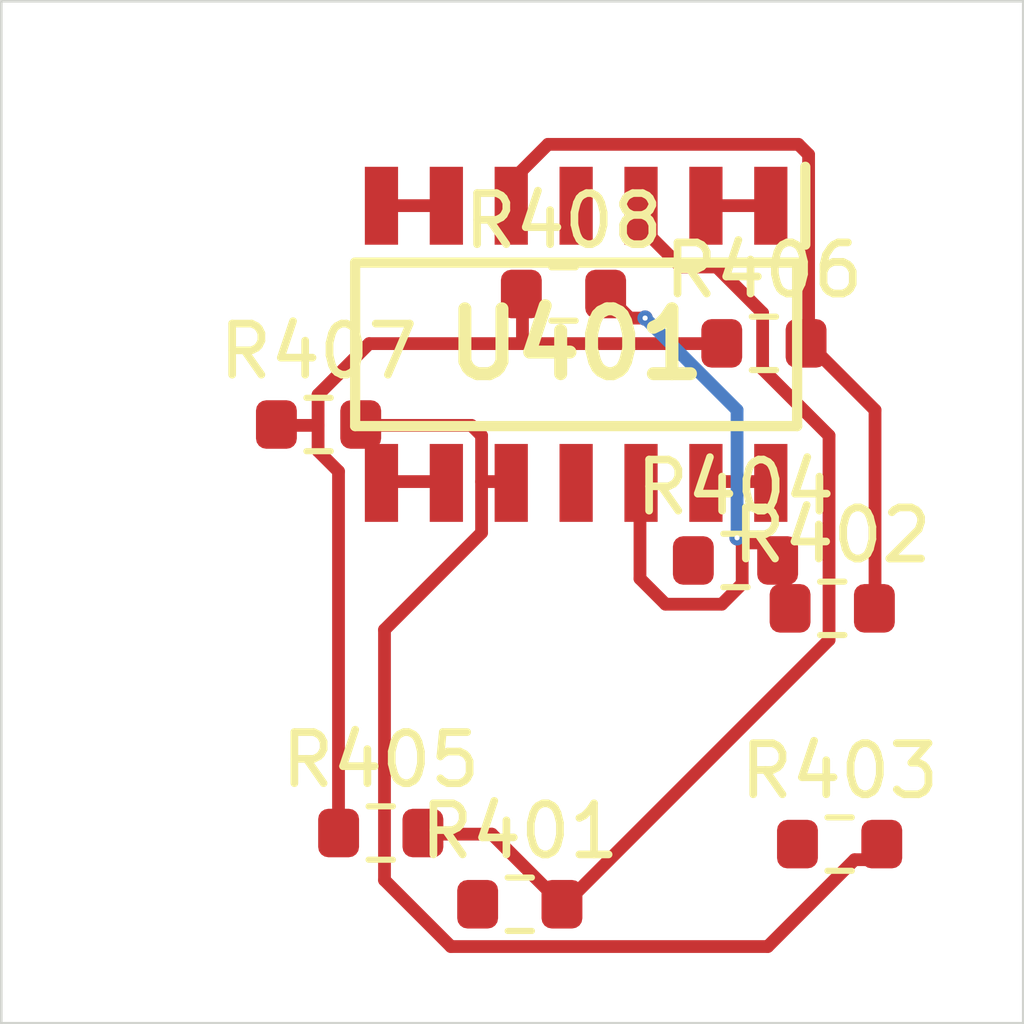
<source format=kicad_pcb>
 ( kicad_pcb  ( version 20171130 )
 ( host pcbnew 5.1.12-84ad8e8a86~92~ubuntu18.04.1 )
 ( general  ( thickness 1.6 )
 ( drawings 4 )
 ( tracks 0 )
 ( zones 0 )
 ( modules 9 )
 ( nets 14 )
)
 ( page A4 )
 ( layers  ( 0 F.Cu signal )
 ( 31 B.Cu signal )
 ( 32 B.Adhes user )
 ( 33 F.Adhes user )
 ( 34 B.Paste user )
 ( 35 F.Paste user )
 ( 36 B.SilkS user )
 ( 37 F.SilkS user )
 ( 38 B.Mask user )
 ( 39 F.Mask user )
 ( 40 Dwgs.User user )
 ( 41 Cmts.User user )
 ( 42 Eco1.User user )
 ( 43 Eco2.User user )
 ( 44 Edge.Cuts user )
 ( 45 Margin user )
 ( 46 B.CrtYd user )
 ( 47 F.CrtYd user )
 ( 48 B.Fab user )
 ( 49 F.Fab user )
)
 ( setup  ( last_trace_width 0.25 )
 ( trace_clearance 0.2 )
 ( zone_clearance 0.508 )
 ( zone_45_only no )
 ( trace_min 0.2 )
 ( via_size 0.8 )
 ( via_drill 0.4 )
 ( via_min_size 0.4 )
 ( via_min_drill 0.3 )
 ( uvia_size 0.3 )
 ( uvia_drill 0.1 )
 ( uvias_allowed no )
 ( uvia_min_size 0.2 )
 ( uvia_min_drill 0.1 )
 ( edge_width 0.05 )
 ( segment_width 0.2 )
 ( pcb_text_width 0.3 )
 ( pcb_text_size 1.5 1.5 )
 ( mod_edge_width 0.12 )
 ( mod_text_size 1 1 )
 ( mod_text_width 0.15 )
 ( pad_size 1.524 1.524 )
 ( pad_drill 0.762 )
 ( pad_to_mask_clearance 0 )
 ( aux_axis_origin 0 0 )
 ( visible_elements FFFFFF7F )
 ( pcbplotparams  ( layerselection 0x010fc_ffffffff )
 ( usegerberextensions false )
 ( usegerberattributes true )
 ( usegerberadvancedattributes true )
 ( creategerberjobfile true )
 ( excludeedgelayer true )
 ( linewidth 0.100000 )
 ( plotframeref false )
 ( viasonmask false )
 ( mode 1 )
 ( useauxorigin false )
 ( hpglpennumber 1 )
 ( hpglpenspeed 20 )
 ( hpglpendiameter 15.000000 )
 ( psnegative false )
 ( psa4output false )
 ( plotreference true )
 ( plotvalue true )
 ( plotinvisibletext false )
 ( padsonsilk false )
 ( subtractmaskfromsilk false )
 ( outputformat 1 )
 ( mirror false )
 ( drillshape 1 )
 ( scaleselection 1 )
 ( outputdirectory "" )
)
)
 ( net 0 "" )
 ( net 1 /Sheet6235D886/vp )
 ( net 2 /Sheet6248AD22/chn0 )
 ( net 3 /Sheet6248AD22/chn1 )
 ( net 4 /Sheet6248AD22/chn2 )
 ( net 5 /Sheet6248AD22/chn3 )
 ( net 6 "Net-(R401-Pad2)" )
 ( net 7 "Net-(R402-Pad2)" )
 ( net 8 "Net-(R403-Pad2)" )
 ( net 9 "Net-(R404-Pad2)" )
 ( net 10 /Sheet6248AD22/chn0_n )
 ( net 11 /Sheet6248AD22/chn1_n )
 ( net 12 /Sheet6248AD22/chn2_n )
 ( net 13 /Sheet6248AD22/chn3_n )
 ( net_class Default "This is the default net class."  ( clearance 0.2 )
 ( trace_width 0.25 )
 ( via_dia 0.8 )
 ( via_drill 0.4 )
 ( uvia_dia 0.3 )
 ( uvia_drill 0.1 )
 ( add_net /Sheet6235D886/vp )
 ( add_net /Sheet6248AD22/chn0 )
 ( add_net /Sheet6248AD22/chn0_n )
 ( add_net /Sheet6248AD22/chn1 )
 ( add_net /Sheet6248AD22/chn1_n )
 ( add_net /Sheet6248AD22/chn2 )
 ( add_net /Sheet6248AD22/chn2_n )
 ( add_net /Sheet6248AD22/chn3 )
 ( add_net /Sheet6248AD22/chn3_n )
 ( add_net "Net-(R401-Pad2)" )
 ( add_net "Net-(R402-Pad2)" )
 ( add_net "Net-(R403-Pad2)" )
 ( add_net "Net-(R404-Pad2)" )
)
 ( module Resistor_SMD:R_0603_1608Metric  ( layer F.Cu )
 ( tedit 5F68FEEE )
 ( tstamp 623425C8 )
 ( at 90.148000 117.672000 )
 ( descr "Resistor SMD 0603 (1608 Metric), square (rectangular) end terminal, IPC_7351 nominal, (Body size source: IPC-SM-782 page 72, https://www.pcb-3d.com/wordpress/wp-content/uploads/ipc-sm-782a_amendment_1_and_2.pdf), generated with kicad-footprint-generator" )
 ( tags resistor )
 ( path /6248AD23/6249ADFD )
 ( attr smd )
 ( fp_text reference R401  ( at 0 -1.43 )
 ( layer F.SilkS )
 ( effects  ( font  ( size 1 1 )
 ( thickness 0.15 )
)
)
)
 ( fp_text value 10M  ( at 0 1.43 )
 ( layer F.Fab )
 ( effects  ( font  ( size 1 1 )
 ( thickness 0.15 )
)
)
)
 ( fp_line  ( start -0.8 0.4125 )
 ( end -0.8 -0.4125 )
 ( layer F.Fab )
 ( width 0.1 )
)
 ( fp_line  ( start -0.8 -0.4125 )
 ( end 0.8 -0.4125 )
 ( layer F.Fab )
 ( width 0.1 )
)
 ( fp_line  ( start 0.8 -0.4125 )
 ( end 0.8 0.4125 )
 ( layer F.Fab )
 ( width 0.1 )
)
 ( fp_line  ( start 0.8 0.4125 )
 ( end -0.8 0.4125 )
 ( layer F.Fab )
 ( width 0.1 )
)
 ( fp_line  ( start -0.237258 -0.5225 )
 ( end 0.237258 -0.5225 )
 ( layer F.SilkS )
 ( width 0.12 )
)
 ( fp_line  ( start -0.237258 0.5225 )
 ( end 0.237258 0.5225 )
 ( layer F.SilkS )
 ( width 0.12 )
)
 ( fp_line  ( start -1.48 0.73 )
 ( end -1.48 -0.73 )
 ( layer F.CrtYd )
 ( width 0.05 )
)
 ( fp_line  ( start -1.48 -0.73 )
 ( end 1.48 -0.73 )
 ( layer F.CrtYd )
 ( width 0.05 )
)
 ( fp_line  ( start 1.48 -0.73 )
 ( end 1.48 0.73 )
 ( layer F.CrtYd )
 ( width 0.05 )
)
 ( fp_line  ( start 1.48 0.73 )
 ( end -1.48 0.73 )
 ( layer F.CrtYd )
 ( width 0.05 )
)
 ( fp_text user %R  ( at 0 0 )
 ( layer F.Fab )
 ( effects  ( font  ( size 0.4 0.4 )
 ( thickness 0.06 )
)
)
)
 ( pad 2 smd roundrect  ( at 0.825 0 )
 ( size 0.8 0.95 )
 ( layers F.Cu F.Mask F.Paste )
 ( roundrect_rratio 0.25 )
 ( net 6 "Net-(R401-Pad2)" )
)
 ( pad 1 smd roundrect  ( at -0.825 0 )
 ( size 0.8 0.95 )
 ( layers F.Cu F.Mask F.Paste )
 ( roundrect_rratio 0.25 )
 ( net 10 /Sheet6248AD22/chn0_n )
)
 ( model ${KISYS3DMOD}/Resistor_SMD.3dshapes/R_0603_1608Metric.wrl  ( at  ( xyz 0 0 0 )
)
 ( scale  ( xyz 1 1 1 )
)
 ( rotate  ( xyz 0 0 0 )
)
)
)
 ( module Resistor_SMD:R_0603_1608Metric  ( layer F.Cu )
 ( tedit 5F68FEEE )
 ( tstamp 623425D9 )
 ( at 96.262600 111.881000 )
 ( descr "Resistor SMD 0603 (1608 Metric), square (rectangular) end terminal, IPC_7351 nominal, (Body size source: IPC-SM-782 page 72, https://www.pcb-3d.com/wordpress/wp-content/uploads/ipc-sm-782a_amendment_1_and_2.pdf), generated with kicad-footprint-generator" )
 ( tags resistor )
 ( path /6248AD23/6249B75E )
 ( attr smd )
 ( fp_text reference R402  ( at 0 -1.43 )
 ( layer F.SilkS )
 ( effects  ( font  ( size 1 1 )
 ( thickness 0.15 )
)
)
)
 ( fp_text value 10M  ( at 0 1.43 )
 ( layer F.Fab )
 ( effects  ( font  ( size 1 1 )
 ( thickness 0.15 )
)
)
)
 ( fp_line  ( start 1.48 0.73 )
 ( end -1.48 0.73 )
 ( layer F.CrtYd )
 ( width 0.05 )
)
 ( fp_line  ( start 1.48 -0.73 )
 ( end 1.48 0.73 )
 ( layer F.CrtYd )
 ( width 0.05 )
)
 ( fp_line  ( start -1.48 -0.73 )
 ( end 1.48 -0.73 )
 ( layer F.CrtYd )
 ( width 0.05 )
)
 ( fp_line  ( start -1.48 0.73 )
 ( end -1.48 -0.73 )
 ( layer F.CrtYd )
 ( width 0.05 )
)
 ( fp_line  ( start -0.237258 0.5225 )
 ( end 0.237258 0.5225 )
 ( layer F.SilkS )
 ( width 0.12 )
)
 ( fp_line  ( start -0.237258 -0.5225 )
 ( end 0.237258 -0.5225 )
 ( layer F.SilkS )
 ( width 0.12 )
)
 ( fp_line  ( start 0.8 0.4125 )
 ( end -0.8 0.4125 )
 ( layer F.Fab )
 ( width 0.1 )
)
 ( fp_line  ( start 0.8 -0.4125 )
 ( end 0.8 0.4125 )
 ( layer F.Fab )
 ( width 0.1 )
)
 ( fp_line  ( start -0.8 -0.4125 )
 ( end 0.8 -0.4125 )
 ( layer F.Fab )
 ( width 0.1 )
)
 ( fp_line  ( start -0.8 0.4125 )
 ( end -0.8 -0.4125 )
 ( layer F.Fab )
 ( width 0.1 )
)
 ( fp_text user %R  ( at 0 0 )
 ( layer F.Fab )
 ( effects  ( font  ( size 0.4 0.4 )
 ( thickness 0.06 )
)
)
)
 ( pad 1 smd roundrect  ( at -0.825 0 )
 ( size 0.8 0.95 )
 ( layers F.Cu F.Mask F.Paste )
 ( roundrect_rratio 0.25 )
 ( net 11 /Sheet6248AD22/chn1_n )
)
 ( pad 2 smd roundrect  ( at 0.825 0 )
 ( size 0.8 0.95 )
 ( layers F.Cu F.Mask F.Paste )
 ( roundrect_rratio 0.25 )
 ( net 7 "Net-(R402-Pad2)" )
)
 ( model ${KISYS3DMOD}/Resistor_SMD.3dshapes/R_0603_1608Metric.wrl  ( at  ( xyz 0 0 0 )
)
 ( scale  ( xyz 1 1 1 )
)
 ( rotate  ( xyz 0 0 0 )
)
)
)
 ( module Resistor_SMD:R_0603_1608Metric  ( layer F.Cu )
 ( tedit 5F68FEEE )
 ( tstamp 623425EA )
 ( at 96.407200 116.495000 )
 ( descr "Resistor SMD 0603 (1608 Metric), square (rectangular) end terminal, IPC_7351 nominal, (Body size source: IPC-SM-782 page 72, https://www.pcb-3d.com/wordpress/wp-content/uploads/ipc-sm-782a_amendment_1_and_2.pdf), generated with kicad-footprint-generator" )
 ( tags resistor )
 ( path /6248AD23/6249FB7A )
 ( attr smd )
 ( fp_text reference R403  ( at 0 -1.43 )
 ( layer F.SilkS )
 ( effects  ( font  ( size 1 1 )
 ( thickness 0.15 )
)
)
)
 ( fp_text value 10M  ( at 0 1.43 )
 ( layer F.Fab )
 ( effects  ( font  ( size 1 1 )
 ( thickness 0.15 )
)
)
)
 ( fp_line  ( start 1.48 0.73 )
 ( end -1.48 0.73 )
 ( layer F.CrtYd )
 ( width 0.05 )
)
 ( fp_line  ( start 1.48 -0.73 )
 ( end 1.48 0.73 )
 ( layer F.CrtYd )
 ( width 0.05 )
)
 ( fp_line  ( start -1.48 -0.73 )
 ( end 1.48 -0.73 )
 ( layer F.CrtYd )
 ( width 0.05 )
)
 ( fp_line  ( start -1.48 0.73 )
 ( end -1.48 -0.73 )
 ( layer F.CrtYd )
 ( width 0.05 )
)
 ( fp_line  ( start -0.237258 0.5225 )
 ( end 0.237258 0.5225 )
 ( layer F.SilkS )
 ( width 0.12 )
)
 ( fp_line  ( start -0.237258 -0.5225 )
 ( end 0.237258 -0.5225 )
 ( layer F.SilkS )
 ( width 0.12 )
)
 ( fp_line  ( start 0.8 0.4125 )
 ( end -0.8 0.4125 )
 ( layer F.Fab )
 ( width 0.1 )
)
 ( fp_line  ( start 0.8 -0.4125 )
 ( end 0.8 0.4125 )
 ( layer F.Fab )
 ( width 0.1 )
)
 ( fp_line  ( start -0.8 -0.4125 )
 ( end 0.8 -0.4125 )
 ( layer F.Fab )
 ( width 0.1 )
)
 ( fp_line  ( start -0.8 0.4125 )
 ( end -0.8 -0.4125 )
 ( layer F.Fab )
 ( width 0.1 )
)
 ( fp_text user %R  ( at 0 0 )
 ( layer F.Fab )
 ( effects  ( font  ( size 0.4 0.4 )
 ( thickness 0.06 )
)
)
)
 ( pad 1 smd roundrect  ( at -0.825 0 )
 ( size 0.8 0.95 )
 ( layers F.Cu F.Mask F.Paste )
 ( roundrect_rratio 0.25 )
 ( net 12 /Sheet6248AD22/chn2_n )
)
 ( pad 2 smd roundrect  ( at 0.825 0 )
 ( size 0.8 0.95 )
 ( layers F.Cu F.Mask F.Paste )
 ( roundrect_rratio 0.25 )
 ( net 8 "Net-(R403-Pad2)" )
)
 ( model ${KISYS3DMOD}/Resistor_SMD.3dshapes/R_0603_1608Metric.wrl  ( at  ( xyz 0 0 0 )
)
 ( scale  ( xyz 1 1 1 )
)
 ( rotate  ( xyz 0 0 0 )
)
)
)
 ( module Resistor_SMD:R_0603_1608Metric  ( layer F.Cu )
 ( tedit 5F68FEEE )
 ( tstamp 623425FB )
 ( at 94.369200 110.944000 )
 ( descr "Resistor SMD 0603 (1608 Metric), square (rectangular) end terminal, IPC_7351 nominal, (Body size source: IPC-SM-782 page 72, https://www.pcb-3d.com/wordpress/wp-content/uploads/ipc-sm-782a_amendment_1_and_2.pdf), generated with kicad-footprint-generator" )
 ( tags resistor )
 ( path /6248AD23/6249FB74 )
 ( attr smd )
 ( fp_text reference R404  ( at 0 -1.43 )
 ( layer F.SilkS )
 ( effects  ( font  ( size 1 1 )
 ( thickness 0.15 )
)
)
)
 ( fp_text value 10M  ( at 0 1.43 )
 ( layer F.Fab )
 ( effects  ( font  ( size 1 1 )
 ( thickness 0.15 )
)
)
)
 ( fp_line  ( start -0.8 0.4125 )
 ( end -0.8 -0.4125 )
 ( layer F.Fab )
 ( width 0.1 )
)
 ( fp_line  ( start -0.8 -0.4125 )
 ( end 0.8 -0.4125 )
 ( layer F.Fab )
 ( width 0.1 )
)
 ( fp_line  ( start 0.8 -0.4125 )
 ( end 0.8 0.4125 )
 ( layer F.Fab )
 ( width 0.1 )
)
 ( fp_line  ( start 0.8 0.4125 )
 ( end -0.8 0.4125 )
 ( layer F.Fab )
 ( width 0.1 )
)
 ( fp_line  ( start -0.237258 -0.5225 )
 ( end 0.237258 -0.5225 )
 ( layer F.SilkS )
 ( width 0.12 )
)
 ( fp_line  ( start -0.237258 0.5225 )
 ( end 0.237258 0.5225 )
 ( layer F.SilkS )
 ( width 0.12 )
)
 ( fp_line  ( start -1.48 0.73 )
 ( end -1.48 -0.73 )
 ( layer F.CrtYd )
 ( width 0.05 )
)
 ( fp_line  ( start -1.48 -0.73 )
 ( end 1.48 -0.73 )
 ( layer F.CrtYd )
 ( width 0.05 )
)
 ( fp_line  ( start 1.48 -0.73 )
 ( end 1.48 0.73 )
 ( layer F.CrtYd )
 ( width 0.05 )
)
 ( fp_line  ( start 1.48 0.73 )
 ( end -1.48 0.73 )
 ( layer F.CrtYd )
 ( width 0.05 )
)
 ( fp_text user %R  ( at 0 0 )
 ( layer F.Fab )
 ( effects  ( font  ( size 0.4 0.4 )
 ( thickness 0.06 )
)
)
)
 ( pad 2 smd roundrect  ( at 0.825 0 )
 ( size 0.8 0.95 )
 ( layers F.Cu F.Mask F.Paste )
 ( roundrect_rratio 0.25 )
 ( net 9 "Net-(R404-Pad2)" )
)
 ( pad 1 smd roundrect  ( at -0.825 0 )
 ( size 0.8 0.95 )
 ( layers F.Cu F.Mask F.Paste )
 ( roundrect_rratio 0.25 )
 ( net 13 /Sheet6248AD22/chn3_n )
)
 ( model ${KISYS3DMOD}/Resistor_SMD.3dshapes/R_0603_1608Metric.wrl  ( at  ( xyz 0 0 0 )
)
 ( scale  ( xyz 1 1 1 )
)
 ( rotate  ( xyz 0 0 0 )
)
)
)
 ( module Resistor_SMD:R_0603_1608Metric  ( layer F.Cu )
 ( tedit 5F68FEEE )
 ( tstamp 6234260C )
 ( at 87.426900 116.278000 )
 ( descr "Resistor SMD 0603 (1608 Metric), square (rectangular) end terminal, IPC_7351 nominal, (Body size source: IPC-SM-782 page 72, https://www.pcb-3d.com/wordpress/wp-content/uploads/ipc-sm-782a_amendment_1_and_2.pdf), generated with kicad-footprint-generator" )
 ( tags resistor )
 ( path /6248AD23/62497F62 )
 ( attr smd )
 ( fp_text reference R405  ( at 0 -1.43 )
 ( layer F.SilkS )
 ( effects  ( font  ( size 1 1 )
 ( thickness 0.15 )
)
)
)
 ( fp_text value 750k  ( at 0 1.43 )
 ( layer F.Fab )
 ( effects  ( font  ( size 1 1 )
 ( thickness 0.15 )
)
)
)
 ( fp_line  ( start -0.8 0.4125 )
 ( end -0.8 -0.4125 )
 ( layer F.Fab )
 ( width 0.1 )
)
 ( fp_line  ( start -0.8 -0.4125 )
 ( end 0.8 -0.4125 )
 ( layer F.Fab )
 ( width 0.1 )
)
 ( fp_line  ( start 0.8 -0.4125 )
 ( end 0.8 0.4125 )
 ( layer F.Fab )
 ( width 0.1 )
)
 ( fp_line  ( start 0.8 0.4125 )
 ( end -0.8 0.4125 )
 ( layer F.Fab )
 ( width 0.1 )
)
 ( fp_line  ( start -0.237258 -0.5225 )
 ( end 0.237258 -0.5225 )
 ( layer F.SilkS )
 ( width 0.12 )
)
 ( fp_line  ( start -0.237258 0.5225 )
 ( end 0.237258 0.5225 )
 ( layer F.SilkS )
 ( width 0.12 )
)
 ( fp_line  ( start -1.48 0.73 )
 ( end -1.48 -0.73 )
 ( layer F.CrtYd )
 ( width 0.05 )
)
 ( fp_line  ( start -1.48 -0.73 )
 ( end 1.48 -0.73 )
 ( layer F.CrtYd )
 ( width 0.05 )
)
 ( fp_line  ( start 1.48 -0.73 )
 ( end 1.48 0.73 )
 ( layer F.CrtYd )
 ( width 0.05 )
)
 ( fp_line  ( start 1.48 0.73 )
 ( end -1.48 0.73 )
 ( layer F.CrtYd )
 ( width 0.05 )
)
 ( fp_text user %R  ( at 0 0 )
 ( layer F.Fab )
 ( effects  ( font  ( size 0.4 0.4 )
 ( thickness 0.06 )
)
)
)
 ( pad 2 smd roundrect  ( at 0.825 0 )
 ( size 0.8 0.95 )
 ( layers F.Cu F.Mask F.Paste )
 ( roundrect_rratio 0.25 )
 ( net 6 "Net-(R401-Pad2)" )
)
 ( pad 1 smd roundrect  ( at -0.825 0 )
 ( size 0.8 0.95 )
 ( layers F.Cu F.Mask F.Paste )
 ( roundrect_rratio 0.25 )
 ( net 1 /Sheet6235D886/vp )
)
 ( model ${KISYS3DMOD}/Resistor_SMD.3dshapes/R_0603_1608Metric.wrl  ( at  ( xyz 0 0 0 )
)
 ( scale  ( xyz 1 1 1 )
)
 ( rotate  ( xyz 0 0 0 )
)
)
)
 ( module Resistor_SMD:R_0603_1608Metric  ( layer F.Cu )
 ( tedit 5F68FEEE )
 ( tstamp 6234261D )
 ( at 94.925500 106.695000 )
 ( descr "Resistor SMD 0603 (1608 Metric), square (rectangular) end terminal, IPC_7351 nominal, (Body size source: IPC-SM-782 page 72, https://www.pcb-3d.com/wordpress/wp-content/uploads/ipc-sm-782a_amendment_1_and_2.pdf), generated with kicad-footprint-generator" )
 ( tags resistor )
 ( path /6248AD23/62499098 )
 ( attr smd )
 ( fp_text reference R406  ( at 0 -1.43 )
 ( layer F.SilkS )
 ( effects  ( font  ( size 1 1 )
 ( thickness 0.15 )
)
)
)
 ( fp_text value 750k  ( at 0 1.43 )
 ( layer F.Fab )
 ( effects  ( font  ( size 1 1 )
 ( thickness 0.15 )
)
)
)
 ( fp_line  ( start 1.48 0.73 )
 ( end -1.48 0.73 )
 ( layer F.CrtYd )
 ( width 0.05 )
)
 ( fp_line  ( start 1.48 -0.73 )
 ( end 1.48 0.73 )
 ( layer F.CrtYd )
 ( width 0.05 )
)
 ( fp_line  ( start -1.48 -0.73 )
 ( end 1.48 -0.73 )
 ( layer F.CrtYd )
 ( width 0.05 )
)
 ( fp_line  ( start -1.48 0.73 )
 ( end -1.48 -0.73 )
 ( layer F.CrtYd )
 ( width 0.05 )
)
 ( fp_line  ( start -0.237258 0.5225 )
 ( end 0.237258 0.5225 )
 ( layer F.SilkS )
 ( width 0.12 )
)
 ( fp_line  ( start -0.237258 -0.5225 )
 ( end 0.237258 -0.5225 )
 ( layer F.SilkS )
 ( width 0.12 )
)
 ( fp_line  ( start 0.8 0.4125 )
 ( end -0.8 0.4125 )
 ( layer F.Fab )
 ( width 0.1 )
)
 ( fp_line  ( start 0.8 -0.4125 )
 ( end 0.8 0.4125 )
 ( layer F.Fab )
 ( width 0.1 )
)
 ( fp_line  ( start -0.8 -0.4125 )
 ( end 0.8 -0.4125 )
 ( layer F.Fab )
 ( width 0.1 )
)
 ( fp_line  ( start -0.8 0.4125 )
 ( end -0.8 -0.4125 )
 ( layer F.Fab )
 ( width 0.1 )
)
 ( fp_text user %R  ( at 0 0 )
 ( layer F.Fab )
 ( effects  ( font  ( size 0.4 0.4 )
 ( thickness 0.06 )
)
)
)
 ( pad 1 smd roundrect  ( at -0.825 0 )
 ( size 0.8 0.95 )
 ( layers F.Cu F.Mask F.Paste )
 ( roundrect_rratio 0.25 )
 ( net 1 /Sheet6235D886/vp )
)
 ( pad 2 smd roundrect  ( at 0.825 0 )
 ( size 0.8 0.95 )
 ( layers F.Cu F.Mask F.Paste )
 ( roundrect_rratio 0.25 )
 ( net 7 "Net-(R402-Pad2)" )
)
 ( model ${KISYS3DMOD}/Resistor_SMD.3dshapes/R_0603_1608Metric.wrl  ( at  ( xyz 0 0 0 )
)
 ( scale  ( xyz 1 1 1 )
)
 ( rotate  ( xyz 0 0 0 )
)
)
)
 ( module Resistor_SMD:R_0603_1608Metric  ( layer F.Cu )
 ( tedit 5F68FEEE )
 ( tstamp 6234262E )
 ( at 86.209700 108.283000 )
 ( descr "Resistor SMD 0603 (1608 Metric), square (rectangular) end terminal, IPC_7351 nominal, (Body size source: IPC-SM-782 page 72, https://www.pcb-3d.com/wordpress/wp-content/uploads/ipc-sm-782a_amendment_1_and_2.pdf), generated with kicad-footprint-generator" )
 ( tags resistor )
 ( path /6248AD23/624A0FFB )
 ( attr smd )
 ( fp_text reference R407  ( at 0 -1.43 )
 ( layer F.SilkS )
 ( effects  ( font  ( size 1 1 )
 ( thickness 0.15 )
)
)
)
 ( fp_text value 1.5M  ( at 0 1.43 )
 ( layer F.Fab )
 ( effects  ( font  ( size 1 1 )
 ( thickness 0.15 )
)
)
)
 ( fp_line  ( start 1.48 0.73 )
 ( end -1.48 0.73 )
 ( layer F.CrtYd )
 ( width 0.05 )
)
 ( fp_line  ( start 1.48 -0.73 )
 ( end 1.48 0.73 )
 ( layer F.CrtYd )
 ( width 0.05 )
)
 ( fp_line  ( start -1.48 -0.73 )
 ( end 1.48 -0.73 )
 ( layer F.CrtYd )
 ( width 0.05 )
)
 ( fp_line  ( start -1.48 0.73 )
 ( end -1.48 -0.73 )
 ( layer F.CrtYd )
 ( width 0.05 )
)
 ( fp_line  ( start -0.237258 0.5225 )
 ( end 0.237258 0.5225 )
 ( layer F.SilkS )
 ( width 0.12 )
)
 ( fp_line  ( start -0.237258 -0.5225 )
 ( end 0.237258 -0.5225 )
 ( layer F.SilkS )
 ( width 0.12 )
)
 ( fp_line  ( start 0.8 0.4125 )
 ( end -0.8 0.4125 )
 ( layer F.Fab )
 ( width 0.1 )
)
 ( fp_line  ( start 0.8 -0.4125 )
 ( end 0.8 0.4125 )
 ( layer F.Fab )
 ( width 0.1 )
)
 ( fp_line  ( start -0.8 -0.4125 )
 ( end 0.8 -0.4125 )
 ( layer F.Fab )
 ( width 0.1 )
)
 ( fp_line  ( start -0.8 0.4125 )
 ( end -0.8 -0.4125 )
 ( layer F.Fab )
 ( width 0.1 )
)
 ( fp_text user %R  ( at 0 0 )
 ( layer F.Fab )
 ( effects  ( font  ( size 0.4 0.4 )
 ( thickness 0.06 )
)
)
)
 ( pad 1 smd roundrect  ( at -0.825 0 )
 ( size 0.8 0.95 )
 ( layers F.Cu F.Mask F.Paste )
 ( roundrect_rratio 0.25 )
 ( net 1 /Sheet6235D886/vp )
)
 ( pad 2 smd roundrect  ( at 0.825 0 )
 ( size 0.8 0.95 )
 ( layers F.Cu F.Mask F.Paste )
 ( roundrect_rratio 0.25 )
 ( net 8 "Net-(R403-Pad2)" )
)
 ( model ${KISYS3DMOD}/Resistor_SMD.3dshapes/R_0603_1608Metric.wrl  ( at  ( xyz 0 0 0 )
)
 ( scale  ( xyz 1 1 1 )
)
 ( rotate  ( xyz 0 0 0 )
)
)
)
 ( module Resistor_SMD:R_0603_1608Metric  ( layer F.Cu )
 ( tedit 5F68FEEE )
 ( tstamp 6234263F )
 ( at 91.002900 105.729000 )
 ( descr "Resistor SMD 0603 (1608 Metric), square (rectangular) end terminal, IPC_7351 nominal, (Body size source: IPC-SM-782 page 72, https://www.pcb-3d.com/wordpress/wp-content/uploads/ipc-sm-782a_amendment_1_and_2.pdf), generated with kicad-footprint-generator" )
 ( tags resistor )
 ( path /6248AD23/624A093C )
 ( attr smd )
 ( fp_text reference R408  ( at 0 -1.43 )
 ( layer F.SilkS )
 ( effects  ( font  ( size 1 1 )
 ( thickness 0.15 )
)
)
)
 ( fp_text value 1.5M  ( at 0 1.43 )
 ( layer F.Fab )
 ( effects  ( font  ( size 1 1 )
 ( thickness 0.15 )
)
)
)
 ( fp_line  ( start -0.8 0.4125 )
 ( end -0.8 -0.4125 )
 ( layer F.Fab )
 ( width 0.1 )
)
 ( fp_line  ( start -0.8 -0.4125 )
 ( end 0.8 -0.4125 )
 ( layer F.Fab )
 ( width 0.1 )
)
 ( fp_line  ( start 0.8 -0.4125 )
 ( end 0.8 0.4125 )
 ( layer F.Fab )
 ( width 0.1 )
)
 ( fp_line  ( start 0.8 0.4125 )
 ( end -0.8 0.4125 )
 ( layer F.Fab )
 ( width 0.1 )
)
 ( fp_line  ( start -0.237258 -0.5225 )
 ( end 0.237258 -0.5225 )
 ( layer F.SilkS )
 ( width 0.12 )
)
 ( fp_line  ( start -0.237258 0.5225 )
 ( end 0.237258 0.5225 )
 ( layer F.SilkS )
 ( width 0.12 )
)
 ( fp_line  ( start -1.48 0.73 )
 ( end -1.48 -0.73 )
 ( layer F.CrtYd )
 ( width 0.05 )
)
 ( fp_line  ( start -1.48 -0.73 )
 ( end 1.48 -0.73 )
 ( layer F.CrtYd )
 ( width 0.05 )
)
 ( fp_line  ( start 1.48 -0.73 )
 ( end 1.48 0.73 )
 ( layer F.CrtYd )
 ( width 0.05 )
)
 ( fp_line  ( start 1.48 0.73 )
 ( end -1.48 0.73 )
 ( layer F.CrtYd )
 ( width 0.05 )
)
 ( fp_text user %R  ( at 0 0 )
 ( layer F.Fab )
 ( effects  ( font  ( size 0.4 0.4 )
 ( thickness 0.06 )
)
)
)
 ( pad 2 smd roundrect  ( at 0.825 0 )
 ( size 0.8 0.95 )
 ( layers F.Cu F.Mask F.Paste )
 ( roundrect_rratio 0.25 )
 ( net 9 "Net-(R404-Pad2)" )
)
 ( pad 1 smd roundrect  ( at -0.825 0 )
 ( size 0.8 0.95 )
 ( layers F.Cu F.Mask F.Paste )
 ( roundrect_rratio 0.25 )
 ( net 1 /Sheet6235D886/vp )
)
 ( model ${KISYS3DMOD}/Resistor_SMD.3dshapes/R_0603_1608Metric.wrl  ( at  ( xyz 0 0 0 )
)
 ( scale  ( xyz 1 1 1 )
)
 ( rotate  ( xyz 0 0 0 )
)
)
)
 ( module TL074HIDR:SOIC127P600X175-14N locked  ( layer F.Cu )
 ( tedit 62336F37 )
 ( tstamp 62342709 )
 ( at 91.250400 106.714000 270.000000 )
 ( descr "D (-R-PDSO-G14)" )
 ( tags "Integrated Circuit" )
 ( path /6248AD23/624976B2 )
 ( attr smd )
 ( fp_text reference U401  ( at 0 0 )
 ( layer F.SilkS )
 ( effects  ( font  ( size 1.27 1.27 )
 ( thickness 0.254 )
)
)
)
 ( fp_text value TL074  ( at 0 0 )
 ( layer F.SilkS )
hide  ( effects  ( font  ( size 1.27 1.27 )
 ( thickness 0.254 )
)
)
)
 ( fp_line  ( start -3.725 -4.625 )
 ( end 3.725 -4.625 )
 ( layer Dwgs.User )
 ( width 0.05 )
)
 ( fp_line  ( start 3.725 -4.625 )
 ( end 3.725 4.625 )
 ( layer Dwgs.User )
 ( width 0.05 )
)
 ( fp_line  ( start 3.725 4.625 )
 ( end -3.725 4.625 )
 ( layer Dwgs.User )
 ( width 0.05 )
)
 ( fp_line  ( start -3.725 4.625 )
 ( end -3.725 -4.625 )
 ( layer Dwgs.User )
 ( width 0.05 )
)
 ( fp_line  ( start -1.95 -4.325 )
 ( end 1.95 -4.325 )
 ( layer Dwgs.User )
 ( width 0.1 )
)
 ( fp_line  ( start 1.95 -4.325 )
 ( end 1.95 4.325 )
 ( layer Dwgs.User )
 ( width 0.1 )
)
 ( fp_line  ( start 1.95 4.325 )
 ( end -1.95 4.325 )
 ( layer Dwgs.User )
 ( width 0.1 )
)
 ( fp_line  ( start -1.95 4.325 )
 ( end -1.95 -4.325 )
 ( layer Dwgs.User )
 ( width 0.1 )
)
 ( fp_line  ( start -1.95 -3.055 )
 ( end -0.68 -4.325 )
 ( layer Dwgs.User )
 ( width 0.1 )
)
 ( fp_line  ( start -1.6 -4.325 )
 ( end 1.6 -4.325 )
 ( layer F.SilkS )
 ( width 0.2 )
)
 ( fp_line  ( start 1.6 -4.325 )
 ( end 1.6 4.325 )
 ( layer F.SilkS )
 ( width 0.2 )
)
 ( fp_line  ( start 1.6 4.325 )
 ( end -1.6 4.325 )
 ( layer F.SilkS )
 ( width 0.2 )
)
 ( fp_line  ( start -1.6 4.325 )
 ( end -1.6 -4.325 )
 ( layer F.SilkS )
 ( width 0.2 )
)
 ( fp_line  ( start -3.475 -4.485 )
 ( end -1.95 -4.485 )
 ( layer F.SilkS )
 ( width 0.2 )
)
 ( pad 1 smd rect  ( at -2.712 -3.81 )
 ( size 0.65 1.525 )
 ( layers F.Cu F.Mask F.Paste )
 ( net 2 /Sheet6248AD22/chn0 )
)
 ( pad 2 smd rect  ( at -2.712 -2.54 )
 ( size 0.65 1.525 )
 ( layers F.Cu F.Mask F.Paste )
 ( net 2 /Sheet6248AD22/chn0 )
)
 ( pad 3 smd rect  ( at -2.712 -1.27 )
 ( size 0.65 1.525 )
 ( layers F.Cu F.Mask F.Paste )
 ( net 6 "Net-(R401-Pad2)" )
)
 ( pad 4 smd rect  ( at -2.712 0 )
 ( size 0.65 1.525 )
 ( layers F.Cu F.Mask F.Paste )
)
 ( pad 5 smd rect  ( at -2.712 1.27 )
 ( size 0.65 1.525 )
 ( layers F.Cu F.Mask F.Paste )
 ( net 7 "Net-(R402-Pad2)" )
)
 ( pad 6 smd rect  ( at -2.712 2.54 )
 ( size 0.65 1.525 )
 ( layers F.Cu F.Mask F.Paste )
 ( net 3 /Sheet6248AD22/chn1 )
)
 ( pad 7 smd rect  ( at -2.712 3.81 )
 ( size 0.65 1.525 )
 ( layers F.Cu F.Mask F.Paste )
 ( net 3 /Sheet6248AD22/chn1 )
)
 ( pad 8 smd rect  ( at 2.712 3.81 )
 ( size 0.65 1.525 )
 ( layers F.Cu F.Mask F.Paste )
 ( net 4 /Sheet6248AD22/chn2 )
)
 ( pad 9 smd rect  ( at 2.712 2.54 )
 ( size 0.65 1.525 )
 ( layers F.Cu F.Mask F.Paste )
 ( net 4 /Sheet6248AD22/chn2 )
)
 ( pad 10 smd rect  ( at 2.712 1.27 )
 ( size 0.65 1.525 )
 ( layers F.Cu F.Mask F.Paste )
 ( net 8 "Net-(R403-Pad2)" )
)
 ( pad 11 smd rect  ( at 2.712 0 )
 ( size 0.65 1.525 )
 ( layers F.Cu F.Mask F.Paste )
)
 ( pad 12 smd rect  ( at 2.712 -1.27 )
 ( size 0.65 1.525 )
 ( layers F.Cu F.Mask F.Paste )
 ( net 9 "Net-(R404-Pad2)" )
)
 ( pad 13 smd rect  ( at 2.712 -2.54 )
 ( size 0.65 1.525 )
 ( layers F.Cu F.Mask F.Paste )
 ( net 5 /Sheet6248AD22/chn3 )
)
 ( pad 14 smd rect  ( at 2.712 -3.81 )
 ( size 0.65 1.525 )
 ( layers F.Cu F.Mask F.Paste )
 ( net 5 /Sheet6248AD22/chn3 )
)
)
 ( gr_line  ( start 100 100 )
 ( end 100 120 )
 ( layer Edge.Cuts )
 ( width 0.05 )
 ( tstamp 62E76D2A )
)
 ( gr_line  ( start 80 120 )
 ( end 100 120 )
 ( layer Edge.Cuts )
 ( width 0.05 )
 ( tstamp 62E76D27 )
)
 ( gr_line  ( start 80 100 )
 ( end 80 120 )
 ( layer Edge.Cuts )
 ( width 0.05 )
 ( tstamp 6234110C )
)
 ( gr_line  ( start 80 100 )
 ( end 100 100 )
 ( layer Edge.Cuts )
 ( width 0.05 )
)
 ( segment  ( start 94.100001 106.700002 )
 ( end 87.200001 106.700002 )
 ( width 0.250000 )
 ( layer F.Cu )
 ( net 1 )
)
 ( segment  ( start 87.200001 106.700002 )
 ( end 86.200001 107.700002 )
 ( width 0.250000 )
 ( layer F.Cu )
 ( net 1 )
)
 ( segment  ( start 86.200001 107.700002 )
 ( end 86.200001 108.800002 )
 ( width 0.250000 )
 ( layer F.Cu )
 ( net 1 )
)
 ( segment  ( start 86.200001 108.800002 )
 ( end 86.600001 109.200002 )
 ( width 0.250000 )
 ( layer F.Cu )
 ( net 1 )
)
 ( segment  ( start 86.600001 109.200002 )
 ( end 86.600001 116.300002 )
 ( width 0.250000 )
 ( layer F.Cu )
 ( net 1 )
)
 ( segment  ( start 85.400001 108.300002 )
 ( end 86.200001 108.300002 )
 ( width 0.250000 )
 ( layer F.Cu )
 ( net 1 )
)
 ( segment  ( start 90.200001 105.700002 )
 ( end 90.200001 106.700002 )
 ( width 0.250000 )
 ( layer F.Cu )
 ( net 1 )
)
 ( segment  ( start 93.800001 104.000002 )
 ( end 95.100001 104.000002 )
 ( width 0.250000 )
 ( layer F.Cu )
 ( net 2 )
)
 ( segment  ( start 87.400001 104.000002 )
 ( end 88.700001 104.000002 )
 ( width 0.250000 )
 ( layer F.Cu )
 ( net 3 )
)
 ( segment  ( start 88.700001 109.400002 )
 ( end 87.400001 109.400002 )
 ( width 0.250000 )
 ( layer F.Cu )
 ( net 4 )
)
 ( segment  ( start 95.100001 109.400002 )
 ( end 93.800001 109.400002 )
 ( width 0.250000 )
 ( layer F.Cu )
 ( net 5 )
)
 ( segment  ( start 88.300001 116.300002 )
 ( end 89.600001 116.300002 )
 ( width 0.250000 )
 ( layer F.Cu )
 ( net 6 )
)
 ( segment  ( start 89.600001 116.300002 )
 ( end 91.000001 117.700002 )
 ( width 0.250000 )
 ( layer F.Cu )
 ( net 6 )
)
 ( segment  ( start 92.500001 104.000002 )
 ( end 92.500001 104.400002 )
 ( width 0.250000 )
 ( layer F.Cu )
 ( net 6 )
)
 ( segment  ( start 92.500001 104.400002 )
 ( end 93.300001 105.200002 )
 ( width 0.250000 )
 ( layer F.Cu )
 ( net 6 )
)
 ( segment  ( start 93.300001 105.200002 )
 ( end 94.000001 105.200002 )
 ( width 0.250000 )
 ( layer F.Cu )
 ( net 6 )
)
 ( segment  ( start 94.000001 105.200002 )
 ( end 94.900001 106.100002 )
 ( width 0.250000 )
 ( layer F.Cu )
 ( net 6 )
)
 ( segment  ( start 94.900001 106.100002 )
 ( end 94.900001 107.200002 )
 ( width 0.250000 )
 ( layer F.Cu )
 ( net 6 )
)
 ( segment  ( start 94.900001 107.200002 )
 ( end 96.200001 108.500002 )
 ( width 0.250000 )
 ( layer F.Cu )
 ( net 6 )
)
 ( segment  ( start 96.200001 108.500002 )
 ( end 96.200001 112.500002 )
 ( width 0.250000 )
 ( layer F.Cu )
 ( net 6 )
)
 ( segment  ( start 96.200001 112.500002 )
 ( end 91.000001 117.700002 )
 ( width 0.250000 )
 ( layer F.Cu )
 ( net 6 )
)
 ( segment  ( start 95.800001 106.700002 )
 ( end 97.100001 108.000002 )
 ( width 0.250000 )
 ( layer F.Cu )
 ( net 7 )
)
 ( segment  ( start 97.100001 108.000002 )
 ( end 97.100001 111.900002 )
 ( width 0.250000 )
 ( layer F.Cu )
 ( net 7 )
)
 ( segment  ( start 90.000001 104.000002 )
 ( end 90.000001 103.500002 )
 ( width 0.250000 )
 ( layer F.Cu )
 ( net 7 )
)
 ( segment  ( start 90.000001 103.500002 )
 ( end 90.700001 102.800002 )
 ( width 0.250000 )
 ( layer F.Cu )
 ( net 7 )
)
 ( segment  ( start 90.700001 102.800002 )
 ( end 95.600001 102.800002 )
 ( width 0.250000 )
 ( layer F.Cu )
 ( net 7 )
)
 ( segment  ( start 95.600001 102.800002 )
 ( end 95.800001 103.000002 )
 ( width 0.250000 )
 ( layer F.Cu )
 ( net 7 )
)
 ( segment  ( start 95.800001 103.000002 )
 ( end 95.800001 106.700002 )
 ( width 0.250000 )
 ( layer F.Cu )
 ( net 7 )
)
 ( segment  ( start 87.000001 108.300002 )
 ( end 89.200001 108.300002 )
 ( width 0.250000 )
 ( layer F.Cu )
 ( net 8 )
)
 ( segment  ( start 89.200001 108.300002 )
 ( end 89.400001 108.500002 )
 ( width 0.250000 )
 ( layer F.Cu )
 ( net 8 )
)
 ( segment  ( start 89.400001 108.500002 )
 ( end 89.400001 110.400002 )
 ( width 0.250000 )
 ( layer F.Cu )
 ( net 8 )
)
 ( segment  ( start 89.400001 110.400002 )
 ( end 87.500001 112.300002 )
 ( width 0.250000 )
 ( layer F.Cu )
 ( net 8 )
)
 ( segment  ( start 87.500001 112.300002 )
 ( end 87.500001 117.200002 )
 ( width 0.250000 )
 ( layer F.Cu )
 ( net 8 )
)
 ( segment  ( start 87.500001 117.200002 )
 ( end 88.800001 118.500002 )
 ( width 0.250000 )
 ( layer F.Cu )
 ( net 8 )
)
 ( segment  ( start 88.800001 118.500002 )
 ( end 95.000001 118.500002 )
 ( width 0.250000 )
 ( layer F.Cu )
 ( net 8 )
)
 ( segment  ( start 95.000001 118.500002 )
 ( end 96.700001 116.800002 )
 ( width 0.250000 )
 ( layer F.Cu )
 ( net 8 )
)
 ( segment  ( start 96.700001 116.800002 )
 ( end 96.900001 116.800002 )
 ( width 0.250000 )
 ( layer F.Cu )
 ( net 8 )
)
 ( segment  ( start 96.900001 116.800002 )
 ( end 97.200001 116.500002 )
 ( width 0.250000 )
 ( layer F.Cu )
 ( net 8 )
)
 ( segment  ( start 90.000001 109.400002 )
 ( end 89.400001 109.400002 )
 ( width 0.250000 )
 ( layer F.Cu )
 ( net 8 )
)
 ( segment  ( start 91.800001 105.700002 )
 ( end 92.300001 106.200002 )
 ( width 0.250000 )
 ( layer F.Cu )
 ( net 9 )
)
 ( segment  ( start 92.300001 106.200002 )
 ( end 92.600001 106.200002 )
 ( width 0.250000 )
 ( layer F.Cu )
 ( net 9 )
)
 ( segment  ( start 92.600001 106.200002 )
 ( end 94.400001 108.000002 )
 ( width 0.250000 )
 ( layer B.Cu )
 ( net 9 )
)
 ( segment  ( start 94.400001 108.000002 )
 ( end 94.400001 110.500002 )
 ( width 0.250000 )
 ( layer B.Cu )
 ( net 9 )
)
 ( segment  ( start 94.400001 110.500002 )
 ( end 94.500001 110.600002 )
 ( width 0.250000 )
 ( layer F.Cu )
 ( net 9 )
)
 ( segment  ( start 94.500001 110.600002 )
 ( end 94.900001 110.600002 )
 ( width 0.250000 )
 ( layer F.Cu )
 ( net 9 )
)
 ( segment  ( start 94.900001 110.600002 )
 ( end 95.200001 110.900002 )
 ( width 0.250000 )
 ( layer F.Cu )
 ( net 9 )
)
 ( segment  ( start 92.500001 109.400002 )
 ( end 92.500001 111.300002 )
 ( width 0.250000 )
 ( layer F.Cu )
 ( net 9 )
)
 ( segment  ( start 92.500001 111.300002 )
 ( end 93.000001 111.800002 )
 ( width 0.250000 )
 ( layer F.Cu )
 ( net 9 )
)
 ( segment  ( start 93.000001 111.800002 )
 ( end 94.100001 111.800002 )
 ( width 0.250000 )
 ( layer F.Cu )
 ( net 9 )
)
 ( segment  ( start 94.100001 111.800002 )
 ( end 94.500001 111.400002 )
 ( width 0.250000 )
 ( layer F.Cu )
 ( net 9 )
)
 ( segment  ( start 94.500001 111.400002 )
 ( end 94.500001 110.600002 )
 ( width 0.250000 )
 ( layer F.Cu )
 ( net 9 )
)
 ( via micro  ( at 92.600001 106.200002 )
 ( size 0.300000 )
 ( drill 0.100000 )
 ( layers F.Cu B.Cu )
 ( net 9 )
)
 ( via micro  ( at 94.400001 110.500002 )
 ( size 0.300000 )
 ( drill 0.100000 )
 ( layers F.Cu B.Cu )
 ( net 9 )
)
)

</source>
